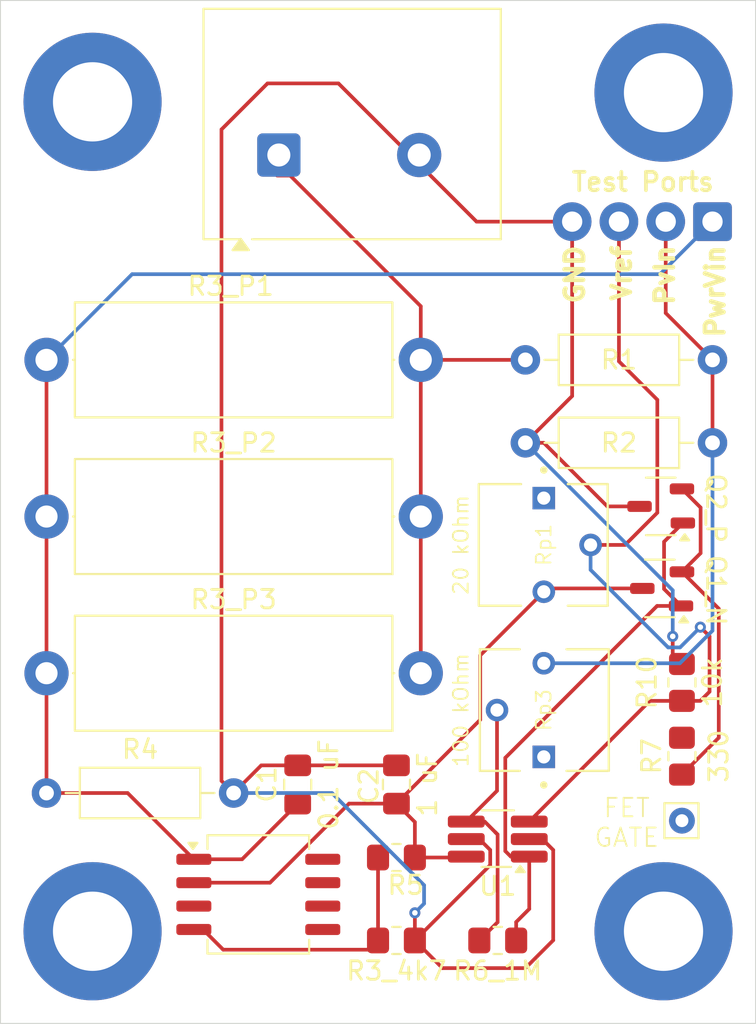
<source format=kicad_pcb>
(kicad_pcb (version 20241229) (generator "pcbnew") (generator_version "9.0")
  (layers (0 "F.Cu" signal) (2 "B.Cu" signal) (13 "F.Paste" user) (15 "B.Paste" user) (5 "F.SilkS" user "F.Silkscreen") (7 "B.SilkS" user "B.Silkscreen") (1 "F.Mask" user) (3 "B.Mask" user) (25 "Edge.Cuts" user))
  (net 0 "")
  (net 1 "GND")
  (net 2 "RegOut")
  (net 3 "/HVDC Line")
  (net 4 "Net-(J1-Pad1)")
  (net 5 "RefIn")
  (net 6 "CompOut")
  (net 7 "PV Input")
  (net 8 "Net-(U2-ADJUSTMENT)")
  (net 9 "+CompIn")
  (net 15 "RegIn")
  (net 16 "Net-(Q1-S)")
  (footprint "CustomLibRyanMarienthal:4Pin_Terminal_NoSilk" (layer "F.Cu") (at 71.85 55.54 180)
    (property "Reference" "J5" (hide yes))
    (property "Value" "Screw_Terminal_01x04" (hide yes))
    (pad "1" thru_hole roundrect (at -3.81 0.04 180) (size 2.1 2.1) (drill 1.1) (layers "*.Cu" "*.Mask") (roundrect_rratio 0.119048) (net 15 "RegIn"))
    (pad "2" thru_hole circle (at -1.27 0.04 180) (size 2.1 2.1) (drill 1.1) (layers "*.Cu" "*.Mask") (net 7 "PV Input"))
    (pad "3" thru_hole circle (at 1.27 0.04 180) (size 2.1 2.1) (drill 1.1) (layers "*.Cu" "*.Mask") (net 5 "RefIn"))
    (pad "4" thru_hole circle (at 3.81 0.04 180) (size 2.1 2.1) (drill 1.1) (layers "*.Cu" "*.Mask") (net 1 "GND"))
  )
  (footprint "Resistor_SMD:R_0805_2012Metric_Pad1.20x1.40mm_HandSolder" (layer "F.Cu") (at 58.5 94.5 180)
    (property "Reference" "R3_4k7" (at 0 -1.65 0) (layer "F.SilkS"))
    (property "Value" "4k7" (hide yes))
    (fp_line (start -0.227064 0.735) (end 0.227064 0.735) (stroke (width 0.12)) (layer "F.SilkS"))
    (fp_line (start -0.227064 -0.735) (end 0.227064 -0.735) (stroke (width 0.12)) (layer "F.SilkS"))
    (pad "1" smd roundrect (at -1 0 180) (size 1.2 1.4) (layers "F.Cu" "F.Mask" "F.Paste") (roundrect_rratio 0.208333) (net 1 "GND"))
    (pad "2" smd roundrect (at 1 0 180) (size 1.2 1.4) (layers "F.Cu" "F.Mask" "F.Paste") (roundrect_rratio 0.208333) (net 8 "Net-(U2-ADJUSTMENT)"))
  )
  (footprint "Resistor_SMD:R_0805_2012Metric_Pad1.20x1.40mm_HandSolder" (layer "F.Cu") (at 74 84.5 90)
    (property "Reference" "R7" (at 0 -1.65 90) (layer "F.SilkS"))
    (property "Value" "330" (at 0 2 90) (layer "F.SilkS"))
    (fp_line (start -0.227064 -0.735) (end 0.227064 -0.735) (stroke (width 0.12)) (layer "F.SilkS"))
    (fp_line (start -0.227064 0.735) (end 0.227064 0.735) (stroke (width 0.12)) (layer "F.SilkS"))
    (pad "1" smd roundrect (at -1 0 90) (size 1.2 1.4) (layers "F.Cu" "F.Mask" "F.Paste") (roundrect_rratio 0.208333) (net 16 "Net-(Q1-S)"))
    (pad "2" smd roundrect (at 1 0 90) (size 1.2 1.4) (layers "F.Cu" "F.Mask" "F.Paste") (roundrect_rratio 0.208333) (net 4 "Net-(J1-Pad1)"))
  )
  (footprint "Resistor_THT:R_Axial_DIN0617_L17.0mm_D6.0mm_P20.32mm_Horizontal" (layer "F.Cu") (at 59.82 63 180)
    (property "Reference" "R3_P1" (at 10.32 4 0) (layer "F.SilkS"))
    (property "Value" "R")
    (fp_line (start 18.88 0) (end 18.78 0) (stroke (width 0.12)) (layer "F.SilkS"))
    (fp_line (start 1.44 0) (end 1.54 0) (stroke (width 0.12)) (layer "F.SilkS"))
    (fp_rect (start 1.54 -3.12) (end 18.78 3.12) (stroke (width 0.12)) (fill no) (layer "F.SilkS"))
    (pad "1" thru_hole circle (at 0 0 180) (size 2.4 2.4) (drill 1.2) (layers "*.Cu" "*.Mask") (net 3 "/HVDC Line"))
    (pad "2" thru_hole circle (at 20.32 0 180) (size 2.4 2.4) (drill 1.2) (layers "*.Cu" "*.Mask") (net 15 "RegIn"))
  )
  (footprint "Package_SO:SOIC-8_5.3x6.2mm_P1.27mm" (layer "F.Cu") (at 51 92)
    (property "Reference" "U2" (hide yes))
    (property "Value" "LM317LCDR" (hide yes))
    (fp_line (start -2.76 -3.21) (end -2.76 -2.465) (stroke (width 0.12)) (layer "F.SilkS"))
    (fp_line (start -2.76 3.21) (end -2.76 2.465) (stroke (width 0.12)) (layer "F.SilkS"))
    (fp_line (start 0 -3.21) (end -2.76 -3.21) (stroke (width 0.12)) (layer "F.SilkS"))
    (fp_line (start 0 -3.21) (end 2.76 -3.21) (stroke (width 0.12)) (layer "F.SilkS"))
    (fp_line (start 0 3.21) (end -2.76 3.21) (stroke (width 0.12)) (layer "F.SilkS"))
    (fp_line (start 0 3.21) (end 2.76 3.21) (stroke (width 0.12)) (layer "F.SilkS"))
    (fp_line (start 2.76 -3.21) (end 2.76 -2.465) (stroke (width 0.12)) (layer "F.SilkS"))
    (fp_line (start 2.76 3.21) (end 2.76 2.465) (stroke (width 0.12)) (layer "F.SilkS"))
    (fp_poly (pts (xy -3.55 -2.465) (xy -3.79 -2.795) (xy -3.31 -2.795)) (stroke (width 0.12)) (fill yes) (layer "F.SilkS"))
    (pad "1" smd roundrect (at -3.5 -1.905) (size 1.9 0.6) (layers "F.Cu" "F.Mask" "F.Paste") (net 15 "RegIn"))
    (pad "2" smd roundrect (at -3.5 -0.635) (size 1.9 0.6) (layers "F.Cu" "F.Mask" "F.Paste") (net 2 "RegOut"))
    (pad "3" smd roundrect (at -3.5 0.635) (size 1.9 0.6) (layers "F.Cu" "F.Mask" "F.Paste"))
    (pad "4" smd roundrect (at -3.5 1.905) (size 1.9 0.6) (layers "F.Cu" "F.Mask" "F.Paste") (net 8 "Net-(U2-ADJUSTMENT)"))
    (pad "5" smd roundrect (at 3.5 1.905) (size 1.9 0.6) (layers "F.Cu" "F.Mask" "F.Paste"))
    (pad "6" smd roundrect (at 3.5 0.635) (size 1.9 0.6) (layers "F.Cu" "F.Mask" "F.Paste"))
    (pad "7" smd roundrect (at 3.5 -0.635) (size 1.9 0.6) (layers "F.Cu" "F.Mask" "F.Paste"))
    (pad "8" smd roundrect (at 3.5 -1.905) (size 1.9 0.6) (layers "F.Cu" "F.Mask" "F.Paste"))
  )
  (footprint "Resistor_THT:R_Axial_DIN0207_L6.3mm_D2.5mm_P10.16mm_Horizontal" (layer "F.Cu") (at 65.5 63)
    (property "Reference" "R1" (at 5.08 0 0) (layer "F.SilkS"))
    (property "Value" "R" (hide yes))
    (fp_line (start 1.04 0) (end 1.81 0) (stroke (width 0.12)) (layer "F.SilkS"))
    (fp_line (start 9.12 0) (end 8.35 0) (stroke (width 0.12)) (layer "F.SilkS"))
    (fp_rect (start 1.81 -1.37) (end 8.35 1.37) (stroke (width 0.12)) (fill no) (layer "F.SilkS"))
    (pad "1" thru_hole circle (at 0 0) (size 1.6 1.6) (drill 0.8) (layers "*.Cu" "*.Mask") (net 3 "/HVDC Line"))
    (pad "2" thru_hole circle (at 10.16 0) (size 1.6 1.6) (drill 0.8) (layers "*.Cu" "*.Mask") (net 7 "PV Input"))
  )
  (footprint "Package_TO_SOT_SMD:TSOT-23-6_HandSoldering" (layer "F.Cu") (at 64 89 180)
    (property "Reference" "U1" (at 0 -2.55 0) (layer "F.SilkS"))
    (property "Value" "TLV1805DBVR" (hide yes))
    (fp_line (start 0.08 -1.51) (end 0.88 -1.51) (stroke (width 0.12)) (layer "F.SilkS"))
    (fp_line (start 0.08 -1.51) (end -0.72 -1.51) (stroke (width 0.12)) (layer "F.SilkS"))
    (fp_line (start -0.88 1.56) (end 0.88 1.56) (stroke (width 0.12)) (layer "F.SilkS"))
    (fp_poly (pts (xy -1.22 -1.46) (xy -1.46 -1.79) (xy -0.98 -1.79) (xy -1.22 -1.46)) (stroke (width 0.12)) (fill yes) (layer "F.SilkS"))
    (pad "1" smd roundrect (at -1.71 -0.95 180) (size 2 0.65) (layers "F.Cu" "F.Mask" "F.Paste") (net 6 "CompOut"))
    (pad "2" smd roundrect (at -1.71 0 180) (size 2 0.65) (layers "F.Cu" "F.Mask" "F.Paste") (net 1 "GND"))
    (pad "3" smd roundrect (at -1.71 0.95 180) (size 2 0.65) (layers "F.Cu" "F.Mask" "F.Paste") (net 5 "RefIn"))
    (pad "4" smd roundrect (at 1.71 0.95 180) (size 2 0.65) (layers "F.Cu" "F.Mask" "F.Paste") (net 9 "+CompIn"))
    (pad "5" smd roundrect (at 1.71 0 180) (size 2 0.65) (layers "F.Cu" "F.Mask" "F.Paste") (net 1 "GND"))
    (pad "6" smd roundrect (at 1.71 -0.95 180) (size 2 0.65) (layers "F.Cu" "F.Mask" "F.Paste") (net 2 "RegOut"))
  )
  (footprint "Resistor_THT:R_Axial_DIN0207_L6.3mm_D2.5mm_P10.16mm_Horizontal" (layer "F.Cu") (at 75.66 67.5 180)
    (property "Reference" "R2" (at 5.08 0 0) (layer "F.SilkS"))
    (property "Value" "R")
    (fp_line (start 9.12 0) (end 8.35 0) (stroke (width 0.12)) (layer "F.SilkS"))
    (fp_line (start 1.04 0) (end 1.81 0) (stroke (width 0.12)) (layer "F.SilkS"))
    (fp_rect (start 1.81 -1.37) (end 8.35 1.37) (stroke (width 0.12)) (fill no) (layer "F.SilkS"))
    (pad "1" thru_hole circle (at 0 0 180) (size 1.6 1.6) (drill 0.8) (layers "*.Cu" "*.Mask") (net 7 "PV Input"))
    (pad "2" thru_hole circle (at 10.16 0 180) (size 1.6 1.6) (drill 0.8) (layers "*.Cu" "*.Mask") (net 1 "GND"))
  )
  (footprint "MountingHole:MountingHole_4.3mm_M4_DIN965_Pad" (layer "F.Cu") (at 73 48.5)
    (property "Reference" "H6" (hide yes))
    (property "Value" "MountingHole" (hide yes))
    (pad "1" thru_hole circle (at 0 0) (size 7.5 7.5) (drill 4.3) (layers "*.Cu" "*.Mask"))
  )
  (footprint "Capacitor_SMD:C_0805_2012Metric_Pad1.18x1.45mm_HandSolder" (layer "F.Cu") (at 58.5 86.0375 90)
    (property "Reference" "C2" (at -0.0875 -1.5 90) (layer "F.SilkS"))
    (property "Value" "1 uF" (at 0 1.68 90) (layer "F.SilkS"))
    (fp_line (start -0.261252 -0.735) (end 0.261252 -0.735) (stroke (width 0.12)) (layer "F.SilkS"))
    (fp_line (start -0.261252 0.735) (end 0.261252 0.735) (stroke (width 0.12)) (layer "F.SilkS"))
    (pad "1" smd roundrect (at -1.0375 0 90) (size 1.175 1.45) (layers "F.Cu" "F.Mask" "F.Paste") (roundrect_rratio 0.212766) (net 2 "RegOut"))
    (pad "2" smd roundrect (at 1.0375 0 90) (size 1.175 1.45) (layers "F.Cu" "F.Mask" "F.Paste") (roundrect_rratio 0.212766) (net 1 "GND"))
  )
  (footprint "Resistor_THT:R_Axial_DIN0617_L17.0mm_D6.0mm_P20.32mm_Horizontal" (layer "F.Cu") (at 59.82 80 180)
    (property "Reference" "R3_P3" (at 10.16 4 0) (layer "F.SilkS"))
    (property "Value" "R")
    (fp_line (start 18.88 0) (end 18.78 0) (stroke (width 0.12)) (layer "F.SilkS"))
    (fp_line (start 1.44 0) (end 1.54 0) (stroke (width 0.12)) (layer "F.SilkS"))
    (fp_rect (start 1.54 -3.12) (end 18.78 3.12) (stroke (width 0.12)) (fill no) (layer "F.SilkS"))
    (pad "1" thru_hole circle (at 0 0 180) (size 2.4 2.4) (drill 1.2) (layers "*.Cu" "*.Mask") (net 3 "/HVDC Line"))
    (pad "2" thru_hole circle (at 20.32 0 180) (size 2.4 2.4) (drill 1.2) (layers "*.Cu" "*.Mask") (net 15 "RegIn"))
  )
  (footprint "Connector_Pin:Pin_D0.7mm_L6.5mm_W1.8mm_FlatFork" (layer "F.Cu") (at 74 88)
    (property "Reference" "J1" (hide yes))
    (property "Value" "~" (hide yes))
    (fp_line (start -0.95 -0.95) (end -0.95 0.95) (stroke (width 0.12)) (layer "F.SilkS"))
    (fp_line (start -0.95 0.95) (end 0.9 0.95) (stroke (width 0.12)) (layer "F.SilkS"))
    (fp_line (start 0.9 -0.95) (end -0.95 -0.95) (stroke (width 0.12)) (layer "F.SilkS"))
    (fp_line (start 0.9 -0.9) (end 0.9 -0.95) (stroke (width 0.12)) (layer "F.SilkS"))
    (fp_line (start 0.9 0.95) (end 0.9 -0.9) (stroke (width 0.12)) (layer "F.SilkS"))
    (pad "1" thru_hole circle (at 0 0) (size 1.4 1.4) (drill 0.7) (layers "*.Cu" "*.Mask") (net 4 "Net-(J1-Pad1)"))
  )
  (footprint "Resistor_SMD:R_0805_2012Metric_Pad1.20x1.40mm_HandSolder" (layer "F.Cu") (at 74 80.5 90)
    (property "Reference" "R10" (at 0 -1.9 90) (layer "F.SilkS"))
    (property "Value" "10k" (at 0 1.65 90) (layer "F.SilkS"))
    (fp_line (start -0.227064 -0.735) (end 0.227064 -0.735) (stroke (width 0.12)) (layer "F.SilkS"))
    (fp_line (start -0.227064 0.735) (end 0.227064 0.735) (stroke (width 0.12)) (layer "F.SilkS"))
    (pad "1" smd roundrect (at -1 0 90) (size 1.2 1.4) (layers "F.Cu" "F.Mask" "F.Paste") (roundrect_rratio 0.208333) (net 5 "RefIn"))
    (pad "2" smd roundrect (at 1 0 90) (size 1.2 1.4) (layers "F.Cu" "F.Mask" "F.Paste") (roundrect_rratio 0.208333) (net 1 "GND"))
  )
  (footprint "Solar Potentiometer:TRIM_3362P-1-253LF" (layer "F.Cu") (at 66.5 82 90)
    (property "Reference" "Rp3" (at 0 0 90) (layer "F.SilkS") (effects (font (size 0.8 0.8) (thickness 0.1))))
    (property "Value" "100 kOhm" (at 0 -4.5 90) (layer "F.SilkS") (effects (font (size 0.8 0.8) (thickness 0.1))))
    (fp_line (start 3.3 -3.47) (end 3.3 -1.305) (stroke (width 0.127)) (layer "F.SilkS"))
    (fp_line (start -3.3 -3.47) (end 3.3 -3.47) (stroke (width 0.127)) (layer "F.SilkS"))
    (fp_line (start -3.3 -1.305) (end -3.3 -3.47) (stroke (width 0.127)) (layer "F.SilkS"))
    (fp_line (start 3.3 1.235) (end 3.3 3.52) (stroke (width 0.127)) (layer "F.SilkS"))
    (fp_line (start -3.3 3.52) (end -3.3 1.235) (stroke (width 0.127)) (layer "F.SilkS"))
    (fp_line (start 3.3 3.53) (end -3.3 3.53) (stroke (width 0.127)) (layer "F.SilkS"))
    (fp_circle (center -4.064 0) (end -3.964 0) (stroke (width 0.2)) (fill no) (layer "F.SilkS"))
    (pad "1" thru_hole rect (at -2.54 0 90) (size 1.222 1.222) (drill 0.714) (layers "*.Cu" "*.Mask"))
    (pad "2" thru_hole circle (at 0 -2.54 90) (size 1.222 1.222) (drill 0.714) (layers "*.Cu" "*.Mask") (net 9 "+CompIn"))
    (pad "3" thru_hole circle (at 2.54 0 90) (size 1.222 1.222) (drill 0.714) (layers "*.Cu" "*.Mask") (net 7 "PV Input"))
  )
  (footprint "Capacitor_SMD:C_0805_2012Metric_Pad1.18x1.45mm_HandSolder" (layer "F.Cu") (at 53.138376 86.0375 90)
    (property "Reference" "C1" (at 0 -1.68 90) (layer "F.SilkS"))
    (property "Value" "0.1 uF" (at 0 1.68 90) (layer "F.SilkS"))
    (fp_line (start -0.261252 -0.735) (end 0.261252 -0.735) (stroke (width 0.12)) (layer "F.SilkS"))
    (fp_line (start -0.261252 0.735) (end 0.261252 0.735) (stroke (width 0.12)) (layer "F.SilkS"))
    (pad "1" smd roundrect (at -1.0375 0 90) (size 1.175 1.45) (layers "F.Cu" "F.Mask" "F.Paste") (roundrect_rratio 0.212766) (net 15 "RegIn"))
    (pad "2" smd roundrect (at 1.0375 0 90) (size 1.175 1.45) (layers "F.Cu" "F.Mask" "F.Paste") (roundrect_rratio 0.212766) (net 1 "GND"))
  )
  (footprint "Resistor_THT:R_Axial_DIN0617_L17.0mm_D6.0mm_P20.32mm_Horizontal" (layer "F.Cu") (at 59.82 71.5 180)
    (property "Reference" "R3_P2" (at 10.16 4 0) (layer "F.SilkS"))
    (property "Value" "R")
    (fp_line (start 18.88 0) (end 18.78 0) (stroke (width 0.12)) (layer "F.SilkS"))
    (fp_line (start 1.44 0) (end 1.54 0) (stroke (width 0.12)) (layer "F.SilkS"))
    (fp_rect (start 1.54 -3.12) (end 18.78 3.12) (stroke (width 0.12)) (fill no) (layer "F.SilkS"))
    (pad "1" thru_hole circle (at 0 0 180) (size 2.4 2.4) (drill 1.2) (layers "*.Cu" "*.Mask") (net 3 "/HVDC Line"))
    (pad "2" thru_hole circle (at 20.32 0 180) (size 2.4 2.4) (drill 1.2) (layers "*.Cu" "*.Mask") (net 15 "RegIn"))
  )
  (footprint "MountingHole:MountingHole_4.3mm_M4_DIN965_Pad" (layer "F.Cu") (at 42 94)
    (property "Reference" "H4" (hide yes))
    (property "Value" "MountingHole" (hide yes))
    (pad "1" thru_hole circle (at 0 0) (size 7.5 7.5) (drill 4.3) (layers "*.Cu" "*.Mask"))
  )
  (footprint "Resistor_SMD:R_0805_2012Metric_Pad1.20x1.40mm_HandSolder" (layer "F.Cu") (at 64 94.5 180)
    (property "Reference" "R6_1M" (at 0 -1.65 0) (layer "F.SilkS"))
    (property "Value" "1 MOhm" (hide yes))
    (fp_line (start -0.227064 0.735) (end 0.227064 0.735) (stroke (width 0.12)) (layer "F.SilkS"))
    (fp_line (start -0.227064 -0.735) (end 0.227064 -0.735) (stroke (width 0.12)) (layer "F.SilkS"))
    (pad "1" smd roundrect (at -1 0 180) (size 1.2 1.4) (layers "F.Cu" "F.Mask" "F.Paste") (roundrect_rratio 0.208333) (net 6 "CompOut"))
    (pad "2" smd roundrect (at 1 0 180) (size 1.2 1.4) (layers "F.Cu" "F.Mask" "F.Paste") (roundrect_rratio 0.208333) (net 9 "+CompIn"))
  )
  (footprint "MountingHole:MountingHole_4.3mm_M4_DIN965_Pad" (layer "F.Cu") (at 42 49)
    (property "Reference" "H3" (hide yes))
    (property "Value" "MountingHole" (hide yes))
    (pad "1" thru_hole circle (at 0 0) (size 7.5 7.5) (drill 4.3) (layers "*.Cu" "*.Mask"))
  )
  (footprint "Solar Potentiometer:TRIM_3362P-1-253LF" (layer "F.Cu") (at 66.5 73.04 -90)
    (property "Reference" "Rp1" (at 0 0 90) (layer "F.SilkS") (effects (font (size 0.8 0.8) (thickness 0.09375))))
    (property "Value" "20 kOhm" (at 0 4.5 90) (layer "F.SilkS") (effects (font (size 0.8 0.8) (thickness 0.1))))
    (fp_line (start 3.3 3.53) (end -3.3 3.53) (stroke (width 0.127)) (layer "F.SilkS"))
    (fp_line (start -3.3 3.52) (end -3.3 1.235) (stroke (width 0.127)) (layer "F.SilkS"))
    (fp_line (start 3.3 1.235) (end 3.3 3.52) (stroke (width 0.127)) (layer "F.SilkS"))
    (fp_line (start -3.3 -1.305) (end -3.3 -3.47) (stroke (width 0.127)) (layer "F.SilkS"))
    (fp_line (start -3.3 -3.47) (end 3.3 -3.47) (stroke (width 0.127)) (layer "F.SilkS"))
    (fp_line (start 3.3 -3.47) (end 3.3 -1.305) (stroke (width 0.127)) (layer "F.SilkS"))
    (fp_circle (center -4.064 0) (end -3.964 0) (stroke (width 0.2)) (fill no) (layer "F.SilkS"))
    (pad "1" thru_hole rect (at -2.54 0 270) (size 1.222 1.222) (drill 0.714) (layers "*.Cu" "*.Mask"))
    (pad "2" thru_hole circle (at 0 -2.54 270) (size 1.222 1.222) (drill 0.714) (layers "*.Cu" "*.Mask") (net 5 "RefIn"))
    (pad "3" thru_hole circle (at 2.54 0 270) (size 1.222 1.222) (drill 0.714) (layers "*.Cu" "*.Mask") (net 2 "RegOut"))
  )
  (footprint "CustomLibRyanMarienthal:TerminalBlock_gauge 10" (layer "F.Cu") (at 48.025 56.435)
    (property "Reference" "J2" (hide yes))
    (property "Value" "Screw_Terminal_01x02" (hide yes))
    (fp_line (start 0 -12.48) (end 16.14 -12.48) (stroke (width 0.12)) (layer "F.SilkS"))
    (fp_line (start 0 0) (end 0 -12.48) (stroke (width 0.12)) (layer "F.SilkS"))
    (fp_line (start 2.04 0.02) (end 0 0.02) (stroke (width 0.12)) (layer "F.SilkS"))
    (fp_line (start 16.14 -12.48) (end 16.14 0.02) (stroke (width 0.12)) (layer "F.SilkS"))
    (fp_line (start 16.14 0.02) (end 2.64 0.02) (stroke (width 0.12)) (layer "F.SilkS"))
    (fp_poly (pts (xy 2.02 0) (xy 2.46 0.61) (xy 1.58 0.61)) (stroke (width 0.12)) (fill yes) (layer "F.SilkS"))
    (pad "1" thru_hole roundrect (at 4.09 -4.55) (size 2.35 2.35) (drill 1.25) (layers "*.Cu" "*.Mask") (roundrect_rratio 0.125) (net 3 "/HVDC Line"))
    (pad "2" thru_hole circle (at 11.71 -4.55) (size 2.4 2.4) (drill 1.25) (layers "*.Cu" "*.Mask") (net 1 "GND"))
  )
  (footprint "Resistor_THT:R_Axial_DIN0207_L6.3mm_D2.5mm_P10.16mm_Horizontal" (layer "F.Cu") (at 39.5 86.5)
    (property "Reference" "R4" (at 5.08 -2.37 0) (layer "F.SilkS"))
    (property "Value" "R" (hide yes))
    (fp_line (start 1.04 0) (end 1.81 0) (stroke (width 0.12)) (layer "F.SilkS"))
    (fp_line (start 9.12 0) (end 8.35 0) (stroke (width 0.12)) (layer "F.SilkS"))
    (fp_rect (start 1.81 -1.37) (end 8.35 1.37) (stroke (width 0.12)) (fill no) (layer "F.SilkS"))
    (pad "1" thru_hole circle (at 0 0) (size 1.6 1.6) (drill 0.8) (layers "*.Cu" "*.Mask") (net 15 "RegIn"))
    (pad "2" thru_hole circle (at 10.16 0) (size 1.6 1.6) (drill 0.8) (layers "*.Cu" "*.Mask") (net 1 "GND"))
  )
  (footprint "MountingHole:MountingHole_4.3mm_M4_DIN965_Pad" (layer "F.Cu") (at 73 94)
    (property "Reference" "H5" (hide yes))
    (property "Value" "MountingHole" (hide yes))
    (pad "1" thru_hole circle (at 0 0) (size 7.5 7.5) (drill 4.3) (layers "*.Cu" "*.Mask"))
  )
  (footprint "Resistor_SMD:R_0805_2012Metric_Pad1.20x1.40mm_HandSolder" (layer "F.Cu") (at 58.5 90 180)
    (property "Reference" "R5" (at -0.5 -1.5 0) (layer "F.SilkS"))
    (property "Value" "470" (hide yes))
    (fp_line (start -0.227064 0.735) (end 0.227064 0.735) (stroke (width 0.12)) (layer "F.SilkS"))
    (fp_line (start -0.227064 -0.735) (end 0.227064 -0.735) (stroke (width 0.12)) (layer "F.SilkS"))
    (pad "1" smd roundrect (at -1 0 180) (size 1.2 1.4) (layers "F.Cu" "F.Mask" "F.Paste") (roundrect_rratio 0.208333) (net 2 "RegOut"))
    (pad "2" smd roundrect (at 1 0 180) (size 1.2 1.4) (layers "F.Cu" "F.Mask" "F.Paste") (roundrect_rratio 0.208333) (net 8 "Net-(U2-ADJUSTMENT)"))
  )
  (footprint "Package_TO_SOT_SMD:SOT-23-3" (layer "F.Cu") (at 72.8 75.4 180)
    (property "Reference" "Q1_N" (at -3.05 -0.1 270) (layer "F.SilkS"))
    (property "Value" "N-Channel" (hide yes))
    (fp_line (start 0 1.56) (end 0.8 1.56) (stroke (width 0.12)) (layer "F.SilkS"))
    (fp_line (start 0 1.56) (end -0.8 1.56) (stroke (width 0.12)) (layer "F.SilkS"))
    (fp_line (start 0 -1.56) (end 0.8 -1.56) (stroke (width 0.12)) (layer "F.SilkS"))
    (fp_line (start 0 -1.56) (end -0.8 -1.56) (stroke (width 0.12)) (layer "F.SilkS"))
    (fp_poly (pts (xy -1.3 -1.51) (xy -1.54 -1.84) (xy -1.06 -1.84)) (stroke (width 0.12)) (fill yes) (layer "F.SilkS"))
    (pad "1" smd roundrect (at -1.15 -0.95 180) (size 1.325 0.6) (layers "F.Cu" "F.Mask" "F.Paste") (net 6 "CompOut"))
    (pad "2" smd roundrect (at 0.95 0 180) (size 1.325 0.6) (layers "F.Cu" "F.Mask" "F.Paste") (net 2 "RegOut"))
    (pad "3" smd roundrect (at -1.2 0.9 180) (size 1.3375 0.6) (layers "F.Cu" "F.Mask" "F.Paste") (net 16 "Net-(Q1-S)"))
  )
  (footprint "Package_TO_SOT_SMD:SOT-23-3" (layer "F.Cu") (at 72.85 70.95 180)
    (property "Reference" "Q2_P" (at -3 -0.1 270) (layer "F.SilkS"))
    (property "Value" "P-Channel" (hide yes))
    (fp_line (start 0 1.56) (end 0.8 1.56) (stroke (width 0.12)) (layer "F.SilkS"))
    (fp_line (start 0 1.56) (end -0.8 1.56) (stroke (width 0.12)) (layer "F.SilkS"))
    (fp_line (start 0 -1.56) (end 0.8 -1.56) (stroke (width 0.12)) (layer "F.SilkS"))
    (fp_line (start 0 -1.56) (end -0.8 -1.56) (stroke (width 0.12)) (layer "F.SilkS"))
    (fp_poly (pts (xy -1.3 -1.51) (xy -1.54 -1.84) (xy -1.06 -1.84)) (stroke (width 0.12)) (fill yes) (layer "F.SilkS"))
    (pad "1" smd roundrect (at -1.2 -0.9 180) (size 1.325 0.6) (layers "F.Cu" "F.Mask" "F.Paste") (net 6 "CompOut"))
    (pad "2" smd roundrect (at 1.15 0 180) (size 1.325 0.6) (layers "F.Cu" "F.Mask" "F.Paste") (net 1 "GND"))
    (pad "3" smd roundrect (at -1.15 0.95 180) (size 1.325 0.6) (layers "F.Cu" "F.Mask" "F.Paste") (net 16 "Net-(Q1-S)"))
  )
  (gr_rect (start 37 43.5) (end 78 99) (stroke (width 0.05)) (fill no) (layer "Edge.Cuts"))
  (gr_text "Test Ports\n" (at 75.843335 53.929298 0) (layer "F.SilkS") (effects (font (size 1 1) (thickness 0.2) (bold yes)) (justify right bottom)))
  (gr_text "Vref" (at 71.30625 58.297736 90) (layer "F.SilkS") (effects (font (size 1 1) (thickness 0.25) (bold yes)) (justify bottom)))
  (gr_text "PwrVin\n" (at 76.38625 59.283512 90) (layer "F.SilkS") (effects (font (size 1 1) (thickness 0.25) (bold yes)) (justify bottom)))
  (gr_text "FET\nGATE\n" (at 71 89.5 0) (layer "F.SilkS") (effects (font (size 1 1) (thickness 0.1)) (justify bottom)))
  (gr_text "GND" (at 68.76625 58.369164 90) (layer "F.SilkS") (effects (font (size 1 1) (thickness 0.25) (bold yes)) (justify bottom)))
  (gr_text "PvIn\n\n\n" (at 76.867272 58.40256 90) (layer "F.SilkS") (effects (font (size 1 1) (thickness 0.25) (bold yes)) (justify bottom)))
  (segment (start 63.591 89.59101) (end 63.591 90.409) (width 0.2) (layer "F.Cu") (net 1))
  (segment (start 62.85 55.5) (end 55.35 48) (width 0.2) (layer "F.Cu") (net 1))
  (segment (start 55.35 48) (end 51.5 48) (width 0.2) (layer "F.Cu") (net 1))
  (segment (start 62.99999 89) (end 63.591 89.59101) (width 0.2) (layer "F.Cu") (net 1))
  (segment (start 73.5 79) (end 74 79.5) (width 0.2) (layer "F.Cu") (net 1))
  (segment (start 73.5 78) (end 73.5 79) (width 0.2) (layer "F.Cu") (net 1))
  (segment (start 66.5 67.5) (end 69.95 70.95) (width 0.2) (layer "F.Cu") (net 1))
  (segment (start 62.29 89) (end 62.99999 89) (width 0.2) (layer "F.Cu") (net 1))
  (segment (start 67.011 89.59101) (end 67.011 94.489) (width 0.2) (layer "F.Cu") (net 1))
  (segment (start 68.04 55.5) (end 62.85 55.5) (width 0.2) (layer "F.Cu") (net 1))
  (segment (start 68.04 64.96) (end 68.04 55.5) (width 0.2) (layer "F.Cu") (net 1))
  (segment (start 58.5 85) (end 53 85) (width 0.2) (layer "F.Cu") (net 1))
  (segment (start 59.5 93) (end 59.5 94.5) (width 0.2) (layer "F.Cu") (net 1))
  (segment (start 65.71 89) (end 66.41999 89) (width 0.2) (layer "F.Cu") (net 1))
  (segment (start 63.591 90.409) (end 59.5 94.5) (width 0.2) (layer "F.Cu") (net 1))
  (segment (start 65.5 96) (end 61 96) (width 0.2) (layer "F.Cu") (net 1))
  (segment (start 49 85.84) (end 49.66 86.5) (width 0.2) (layer "F.Cu") (net 1))
  (segment (start 53.5 85) (end 51.16 85) (width 0.2) (layer "F.Cu") (net 1))
  (segment (start 69.95 70.95) (end 71.7 70.95) (width 0.2) (layer "F.Cu") (net 1))
  (segment (start 61 96) (end 59.5 94.5) (width 0.2) (layer "F.Cu") (net 1))
  (segment (start 65.5 67.5) (end 66.5 67.5) (width 0.2) (layer "F.Cu") (net 1))
  (segment (start 68.02 55.52) (end 68.04 55.5) (width 0.2) (layer "F.Cu") (net 1))
  (segment (start 66.41999 89) (end 67.011 89.59101) (width 0.2) (layer "F.Cu") (net 1))
  (segment (start 68.04 64.96) (end 65.5 67.5) (width 0.2) (layer "F.Cu") (net 1))
  (segment (start 67.011 94.489) (end 65.5 96) (width 0.2) (layer "F.Cu") (net 1))
  (segment (start 51.5 48) (end 49 50.5) (width 0.2) (layer "F.Cu") (net 1))
  (segment (start 49 50.5) (end 49 85.84) (width 0.2) (layer "F.Cu") (net 1))
  (segment (start 51.16 85) (end 49.66 86.5) (width 0.2) (layer "F.Cu") (net 1))
  (via (at 73.5 78) (size 0.6) (drill 0.3) (layers "F.Cu" "B.Cu") (net 1))
  (via (at 59.5 93) (size 0.6) (drill 0.3) (layers "F.Cu" "B.Cu") (net 1))
  (segment (start 73.5 75.5) (end 65.5 67.5) (width 0.2) (layer "B.Cu") (net 1))
  (segment (start 73.5 78) (end 73.5 75.5) (width 0.2) (layer "B.Cu") (net 1))
  (segment (start 55 86.5) (end 49.66 86.5) (width 0.2) (layer "B.Cu") (net 1))
  (segment (start 60 92.5) (end 60 91.5) (width 0.2) (layer "B.Cu") (net 1))
  (segment (start 59.5 93) (end 60 92.5) (width 0.2) (layer "B.Cu") (net 1))
  (segment (start 60 91.5) (end 55 86.5) (width 0.2) (layer "B.Cu") (net 1))
  (segment (start 71.85 75.4) (end 66.68 75.4) (width 0.2) (layer "F.Cu") (net 2))
  (segment (start 59.5 90) (end 62.24 90) (width 0.2) (layer "F.Cu") (net 2))
  (segment (start 51.635 91.365) (end 48 91.365) (width 0.2) (layer "F.Cu") (net 2))
  (segment (start 63.048 79.032) (end 63.048 82.527) (width 0.2) (layer "F.Cu") (net 2))
  (segment (start 66.68 75.4) (end 66.5 75.58) (width 0.2) (layer "F.Cu") (net 2))
  (segment (start 62.24 90) (end 62.29 89.95) (width 0.2) (layer "F.Cu") (net 2))
  (segment (start 63.048 82.527) (end 58.5 87.075) (width 0.2) (layer "F.Cu") (net 2))
  (segment (start 58.5 87.075) (end 55.925 87.075) (width 0.2) (layer "F.Cu") (net 2))
  (segment (start 66.5 75.58) (end 63.048 79.032) (width 0.2) (layer "F.Cu") (net 2))
  (segment (start 55.925 87.075) (end 51.635 91.365) (width 0.2) (layer "F.Cu") (net 2))
  (segment (start 59.5 90) (end 59.5 88.075) (width 0.2) (layer "F.Cu") (net 2))
  (segment (start 59.5 88.075) (end 58.5 87.075) (width 0.2) (layer "F.Cu") (net 2))
  (segment (start 59.82 63) (end 59.82 80) (width 0.2) (layer "F.Cu") (net 3))
  (segment (start 65.5 63) (end 59.82 63) (width 0.2) (layer "F.Cu") (net 3))
  (segment (start 59.82 60.09) (end 52.73 53) (width 0.2) (layer "F.Cu") (net 3))
  (segment (start 52.73 53) (end 52.025 53) (width 0.2) (layer "F.Cu") (net 3))
  (segment (start 59.82 63) (end 59.82 60.09) (width 0.2) (layer "F.Cu") (net 3))
  (segment (start 70.914468 73.04) (end 72.6635 71.290968) (width 0.2) (layer "F.Cu") (net 5))
  (segment (start 72.6635 71.290968) (end 72.6635 65.1635) (width 0.2) (layer "F.Cu") (net 5))
  (segment (start 65.71 88.05) (end 72.26 81.5) (width 0.2) (layer "F.Cu") (net 5))
  (segment (start 75.5 81) (end 75 81.5) (width 0.2) (layer "F.Cu") (net 5))
  (segment (start 72.6635 65.1635) (end 70.58 63.08) (width 0.2) (layer "F.Cu") (net 5))
  (segment (start 69.04 73.04) (end 70.914468 73.04) (width 0.2) (layer "F.Cu") (net 5))
  (segment (start 72.26 81.5) (end 74 81.5) (width 0.2) (layer "F.Cu") (net 5))
  (segment (start 70.58 55.5) (end 70.58 63.08) (width 0.2) (layer "F.Cu") (net 5))
  (segment (start 75 77.5) (end 75.5 78) (width 0.2) (layer "F.Cu") (net 5))
  (segment (start 75 81.5) (end 74 81.5) (width 0.2) (layer "F.Cu") (net 5))
  (segment (start 75.5 78) (end 75.5 81) (width 0.2) (layer "F.Cu") (net 5))
  (via (at 75 77.5) (size 0.6) (drill 0.3) (layers "F.Cu" "B.Cu") (net 5))
  (segment (start 73.251057 78.601) (end 73.899 78.601) (width 0.2) (layer "B.Cu") (net 5))
  (segment (start 69.04 73.04) (end 69.04 74.389943) (width 0.2) (layer "B.Cu") (net 5))
  (segment (start 73.899 78.601) (end 75 77.5) (width 0.2) (layer "B.Cu") (net 5))
  (segment (start 69.04 74.389943) (end 73.251057 78.601) (width 0.2) (layer "B.Cu") (net 5))
  (segment (start 72.65 76.35) (end 73.95 76.35) (width 0.2) (layer "F.Cu") (net 6))
  (segment (start 65.71 89.95) (end 64.710001 89.95) (width 0.2) (layer "F.Cu") (net 6))
  (segment (start 73.03025 72.86975) (end 73.03025 75.43025) (width 0.2) (layer "F.Cu") (net 6))
  (segment (start 64.409 84.591) (end 72.65 76.35) (width 0.2) (layer "F.Cu") (net 6))
  (segment (start 65 93.5) (end 65.71 92.79) (width 0.2) (layer "F.Cu") (net 6))
  (segment (start 64.409 89.648999) (end 64.409 84.591) (width 0.2) (layer "F.Cu") (net 6))
  (segment (start 64.710001 89.95) (end 64.409 89.648999) (width 0.2) (layer "F.Cu") (net 6))
  (segment (start 65 94.5) (end 65 93.5) (width 0.2) (layer "F.Cu") (net 6))
  (segment (start 74.05 71.85) (end 73.03025 72.86975) (width 0.2) (layer "F.Cu") (net 6))
  (segment (start 65.71 92.79) (end 65.71 89.95) (width 0.2) (layer "F.Cu") (net 6))
  (segment (start 73.03025 75.43025) (end 73.95 76.35) (width 0.2) (layer "F.Cu") (net 6))
  (segment (start 75.66 63) (end 73.12 60.46) (width 0.2) (layer "F.Cu") (net 7))
  (segment (start 75.66 63) (end 75.5 63) (width 0.2) (layer "F.Cu") (net 7))
  (segment (start 75.66 63) (end 75.66 67.5) (width 0.2) (layer "F.Cu") (net 7))
  (segment (start 73.12 55.5) (end 73.12 60.46) (width 0.2) (layer "F.Cu") (net 7))
  (segment (start 75.66 77.689943) (end 75.66 67.5) (width 0.2) (layer "B.Cu") (net 7))
  (segment (start 66.5 79.46) (end 73.889943 79.46) (width 0.2) (layer "B.Cu") (net 7))
  (segment (start 73.889943 79.46) (end 75.66 77.689943) (width 0.2) (layer "B.Cu") (net 7))
  (segment (start 48 93.905) (end 49.095 95) (width 0.2) (layer "F.Cu") (net 8))
  (segment (start 57.5 94.5) (end 57.5 90) (width 0.2) (layer "F.Cu") (net 8))
  (segment (start 57 95) (end 57.5 94.5) (width 0.2) (layer "F.Cu") (net 8))
  (segment (start 49.095 95) (end 57 95) (width 0.2) (layer "F.Cu") (net 8))
  (segment (start 63.96 86.38) (end 62.29 88.05) (width 0.2) (layer "F.Cu") (net 9))
  (segment (start 63.992 93.508) (end 63 94.5) (width 0.2) (layer "F.Cu") (net 9))
  (segment (start 63.992 88.752002) (end 63.992 93.508) (width 0.2) (layer "F.Cu") (net 9))
  (segment (start 63.869999 88.630001) (end 63.289999 88.05) (width 0.2) (layer "F.Cu") (net 9))
  (segment (start 63.992 88.752001) (end 63.869999 88.630001) (width 0.2) (layer "F.Cu") (net 9))
  (segment (start 63.869999 88.630001) (end 63.992 88.752002) (width 0.2) (layer "F.Cu") (net 9))
  (segment (start 63.96 82) (end 63.96 86.38) (width 0.2) (layer "F.Cu") (net 9))
  (segment (start 63.289999 88.05) (end 62.29 88.05) (width 0.2) (layer "F.Cu") (net 9))
  (segment (start 50.118376 90.095) (end 47.5 90.095) (width 0.2) (layer "F.Cu") (net 15))
  (segment (start 53 87.213376) (end 50.118376 90.095) (width 0.2) (layer "F.Cu") (net 15))
  (segment (start 43.905 86.5) (end 39.5 86.5) (width 0.2) (layer "F.Cu") (net 15))
  (segment (start 47.5 90.095) (end 43.905 86.5) (width 0.2) (layer "F.Cu") (net 15))
  (segment (start 39.5 63) (end 39.5 86.5) (width 0.2) (layer "F.Cu") (net 15))
  (segment (start 53 87.075) (end 53 87.213376) (width 0.2) (layer "F.Cu") (net 15))
  (segment (start 44.149 58.351) (end 39.5 63) (width 0.2) (layer "B.Cu") (net 15))
  (segment (start 72.809 58.351) (end 44.149 58.351) (width 0.2) (layer "B.Cu") (net 15))
  (segment (start 75.66 55.5) (end 72.809 58.351) (width 0.2) (layer "B.Cu") (net 15))
  (segment (start 76 76.5) (end 76 83.5) (width 0.2) (layer "F.Cu") (net 16))
  (segment (start 74 74.5) (end 76 76.5) (width 0.2) (layer "F.Cu") (net 16))
  (segment (start 76 83.5) (end 74 85.5) (width 0.2) (layer "F.Cu") (net 16))
  (segment (start 75.0135 73.4865) (end 74 74.5) (width 0.2) (layer "F.Cu") (net 16))
  (segment (start 74 70) (end 75.0135 71.0135) (width 0.2) (layer "F.Cu") (net 16))
  (segment (start 75.0135 71.0135) (end 75.0135 73.4865) (width 0.2) (layer "F.Cu") (net 16))
)
</source>
